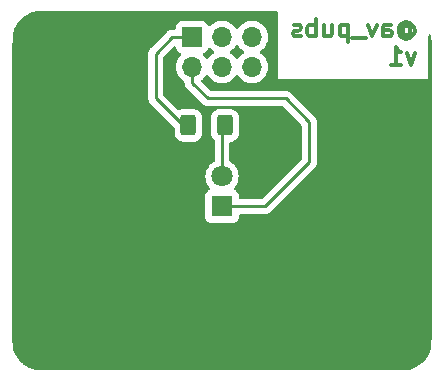
<source format=gbr>
G04 #@! TF.GenerationSoftware,KiCad,Pcbnew,(6.99.0-2452-gdb4f2d9dd8)*
G04 #@! TF.CreationDate,2022-08-02T00:34:45-05:00*
G04 #@! TF.ProjectId,DDS,4444532e-6b69-4636-9164-5f7063625858,rev?*
G04 #@! TF.SameCoordinates,Original*
G04 #@! TF.FileFunction,Copper,L2,Bot*
G04 #@! TF.FilePolarity,Positive*
%FSLAX46Y46*%
G04 Gerber Fmt 4.6, Leading zero omitted, Abs format (unit mm)*
G04 Created by KiCad (PCBNEW (6.99.0-2452-gdb4f2d9dd8)) date 2022-08-02 00:34:45*
%MOMM*%
%LPD*%
G01*
G04 APERTURE LIST*
G04 Aperture macros list*
%AMRoundRect*
0 Rectangle with rounded corners*
0 $1 Rounding radius*
0 $2 $3 $4 $5 $6 $7 $8 $9 X,Y pos of 4 corners*
0 Add a 4 corners polygon primitive as box body*
4,1,4,$2,$3,$4,$5,$6,$7,$8,$9,$2,$3,0*
0 Add four circle primitives for the rounded corners*
1,1,$1+$1,$2,$3*
1,1,$1+$1,$4,$5*
1,1,$1+$1,$6,$7*
1,1,$1+$1,$8,$9*
0 Add four rect primitives between the rounded corners*
20,1,$1+$1,$2,$3,$4,$5,0*
20,1,$1+$1,$4,$5,$6,$7,0*
20,1,$1+$1,$6,$7,$8,$9,0*
20,1,$1+$1,$8,$9,$2,$3,0*%
G04 Aperture macros list end*
%ADD10C,0.300000*%
G04 #@! TA.AperFunction,NonConductor*
%ADD11C,0.300000*%
G04 #@! TD*
G04 #@! TA.AperFunction,ComponentPad*
%ADD12R,1.800000X1.800000*%
G04 #@! TD*
G04 #@! TA.AperFunction,ComponentPad*
%ADD13C,1.800000*%
G04 #@! TD*
G04 #@! TA.AperFunction,ComponentPad*
%ADD14R,1.700000X1.700000*%
G04 #@! TD*
G04 #@! TA.AperFunction,ComponentPad*
%ADD15O,1.700000X1.700000*%
G04 #@! TD*
G04 #@! TA.AperFunction,SMDPad,CuDef*
%ADD16RoundRect,0.250000X0.400000X0.625000X-0.400000X0.625000X-0.400000X-0.625000X0.400000X-0.625000X0*%
G04 #@! TD*
G04 #@! TA.AperFunction,Conductor*
%ADD17C,0.250000*%
G04 #@! TD*
G04 APERTURE END LIST*
D10*
D11*
X155014285Y-98929285D02*
X155085714Y-98857857D01*
X155085714Y-98857857D02*
X155228571Y-98786428D01*
X155228571Y-98786428D02*
X155371428Y-98786428D01*
X155371428Y-98786428D02*
X155514285Y-98857857D01*
X155514285Y-98857857D02*
X155585714Y-98929285D01*
X155585714Y-98929285D02*
X155657142Y-99072142D01*
X155657142Y-99072142D02*
X155657142Y-99215000D01*
X155657142Y-99215000D02*
X155585714Y-99357857D01*
X155585714Y-99357857D02*
X155514285Y-99429285D01*
X155514285Y-99429285D02*
X155371428Y-99500714D01*
X155371428Y-99500714D02*
X155228571Y-99500714D01*
X155228571Y-99500714D02*
X155085714Y-99429285D01*
X155085714Y-99429285D02*
X155014285Y-99357857D01*
X155014285Y-98786428D02*
X155014285Y-99357857D01*
X155014285Y-99357857D02*
X154942857Y-99429285D01*
X154942857Y-99429285D02*
X154871428Y-99429285D01*
X154871428Y-99429285D02*
X154728571Y-99357857D01*
X154728571Y-99357857D02*
X154657142Y-99215000D01*
X154657142Y-99215000D02*
X154657142Y-98857857D01*
X154657142Y-98857857D02*
X154800000Y-98643571D01*
X154800000Y-98643571D02*
X155014285Y-98500714D01*
X155014285Y-98500714D02*
X155300000Y-98429285D01*
X155300000Y-98429285D02*
X155585714Y-98500714D01*
X155585714Y-98500714D02*
X155800000Y-98643571D01*
X155800000Y-98643571D02*
X155942857Y-98857857D01*
X155942857Y-98857857D02*
X156014285Y-99143571D01*
X156014285Y-99143571D02*
X155942857Y-99429285D01*
X155942857Y-99429285D02*
X155800000Y-99643571D01*
X155800000Y-99643571D02*
X155585714Y-99786428D01*
X155585714Y-99786428D02*
X155300000Y-99857857D01*
X155300000Y-99857857D02*
X155014285Y-99786428D01*
X155014285Y-99786428D02*
X154800000Y-99643571D01*
X153371429Y-99643571D02*
X153371429Y-98857857D01*
X153371429Y-98857857D02*
X153442857Y-98715000D01*
X153442857Y-98715000D02*
X153585714Y-98643571D01*
X153585714Y-98643571D02*
X153871429Y-98643571D01*
X153871429Y-98643571D02*
X154014286Y-98715000D01*
X153371429Y-99572142D02*
X153514286Y-99643571D01*
X153514286Y-99643571D02*
X153871429Y-99643571D01*
X153871429Y-99643571D02*
X154014286Y-99572142D01*
X154014286Y-99572142D02*
X154085714Y-99429285D01*
X154085714Y-99429285D02*
X154085714Y-99286428D01*
X154085714Y-99286428D02*
X154014286Y-99143571D01*
X154014286Y-99143571D02*
X153871429Y-99072142D01*
X153871429Y-99072142D02*
X153514286Y-99072142D01*
X153514286Y-99072142D02*
X153371429Y-99000714D01*
X152800000Y-98643571D02*
X152442857Y-99643571D01*
X152442857Y-99643571D02*
X152085714Y-98643571D01*
X151871429Y-99786428D02*
X150728571Y-99786428D01*
X150371429Y-98643571D02*
X150371429Y-100143571D01*
X150371429Y-98715000D02*
X150228572Y-98643571D01*
X150228572Y-98643571D02*
X149942857Y-98643571D01*
X149942857Y-98643571D02*
X149800000Y-98715000D01*
X149800000Y-98715000D02*
X149728572Y-98786428D01*
X149728572Y-98786428D02*
X149657143Y-98929285D01*
X149657143Y-98929285D02*
X149657143Y-99357857D01*
X149657143Y-99357857D02*
X149728572Y-99500714D01*
X149728572Y-99500714D02*
X149800000Y-99572142D01*
X149800000Y-99572142D02*
X149942857Y-99643571D01*
X149942857Y-99643571D02*
X150228572Y-99643571D01*
X150228572Y-99643571D02*
X150371429Y-99572142D01*
X148371429Y-98643571D02*
X148371429Y-99643571D01*
X149014286Y-98643571D02*
X149014286Y-99429285D01*
X149014286Y-99429285D02*
X148942857Y-99572142D01*
X148942857Y-99572142D02*
X148800000Y-99643571D01*
X148800000Y-99643571D02*
X148585714Y-99643571D01*
X148585714Y-99643571D02*
X148442857Y-99572142D01*
X148442857Y-99572142D02*
X148371429Y-99500714D01*
X147657143Y-99643571D02*
X147657143Y-98143571D01*
X147657143Y-98715000D02*
X147514286Y-98643571D01*
X147514286Y-98643571D02*
X147228571Y-98643571D01*
X147228571Y-98643571D02*
X147085714Y-98715000D01*
X147085714Y-98715000D02*
X147014286Y-98786428D01*
X147014286Y-98786428D02*
X146942857Y-98929285D01*
X146942857Y-98929285D02*
X146942857Y-99357857D01*
X146942857Y-99357857D02*
X147014286Y-99500714D01*
X147014286Y-99500714D02*
X147085714Y-99572142D01*
X147085714Y-99572142D02*
X147228571Y-99643571D01*
X147228571Y-99643571D02*
X147514286Y-99643571D01*
X147514286Y-99643571D02*
X147657143Y-99572142D01*
X146371428Y-99572142D02*
X146228571Y-99643571D01*
X146228571Y-99643571D02*
X145942857Y-99643571D01*
X145942857Y-99643571D02*
X145800000Y-99572142D01*
X145800000Y-99572142D02*
X145728571Y-99429285D01*
X145728571Y-99429285D02*
X145728571Y-99357857D01*
X145728571Y-99357857D02*
X145800000Y-99215000D01*
X145800000Y-99215000D02*
X145942857Y-99143571D01*
X145942857Y-99143571D02*
X146157143Y-99143571D01*
X146157143Y-99143571D02*
X146300000Y-99072142D01*
X146300000Y-99072142D02*
X146371428Y-98929285D01*
X146371428Y-98929285D02*
X146371428Y-98857857D01*
X146371428Y-98857857D02*
X146300000Y-98715000D01*
X146300000Y-98715000D02*
X146157143Y-98643571D01*
X146157143Y-98643571D02*
X145942857Y-98643571D01*
X145942857Y-98643571D02*
X145800000Y-98715000D01*
X156085714Y-101073571D02*
X155728571Y-102073571D01*
X155728571Y-102073571D02*
X155371428Y-101073571D01*
X154014285Y-102073571D02*
X154871428Y-102073571D01*
X154442857Y-102073571D02*
X154442857Y-100573571D01*
X154442857Y-100573571D02*
X154585714Y-100787857D01*
X154585714Y-100787857D02*
X154728571Y-100930714D01*
X154728571Y-100930714D02*
X154871428Y-101002142D01*
D12*
X139707052Y-114040003D03*
D13*
X139707053Y-111500004D03*
D14*
X137167052Y-99700003D03*
D15*
X137167052Y-102240003D03*
X139707052Y-99700003D03*
X139707052Y-102240003D03*
X142247052Y-99700003D03*
X142247052Y-102240003D03*
D16*
X139957053Y-107170004D03*
X136857053Y-107170004D03*
D17*
X137167053Y-103567053D02*
X137167053Y-102240004D01*
X139707053Y-114040004D02*
X143359996Y-114040004D01*
X147100000Y-106900000D02*
X145100000Y-104900000D01*
X147100000Y-110300000D02*
X147100000Y-106900000D01*
X143359996Y-114040004D02*
X147100000Y-110300000D01*
X145100000Y-104900000D02*
X138500000Y-104900000D01*
X138500000Y-104900000D02*
X137167053Y-103567053D01*
X139707053Y-111500004D02*
X139707053Y-107420004D01*
X139707053Y-107420004D02*
X139957053Y-107170004D01*
X134100000Y-104900000D02*
X134100000Y-101100000D01*
X134100000Y-101100000D02*
X135499996Y-99700004D01*
X135499996Y-99700004D02*
X137167053Y-99700004D01*
X136370004Y-107170004D02*
X134100000Y-104900000D01*
X136857053Y-107170004D02*
X136370004Y-107170004D01*
G04 #@! TA.AperFunction,NonConductor*
G36*
X138690492Y-100611392D02*
G01*
X138722808Y-100636642D01*
X138742149Y-100657651D01*
X138783813Y-100702910D01*
X138787932Y-100706116D01*
X138942212Y-100826198D01*
X138961477Y-100841193D01*
X138966058Y-100843672D01*
X138994733Y-100859190D01*
X139045124Y-100909203D01*
X139060476Y-100978520D01*
X139035916Y-101045133D01*
X138994734Y-101080817D01*
X138961477Y-101098815D01*
X138957366Y-101102014D01*
X138957364Y-101102016D01*
X138802914Y-101222231D01*
X138783813Y-101237098D01*
X138780281Y-101240935D01*
X138634859Y-101398903D01*
X138634856Y-101398907D01*
X138631331Y-101402736D01*
X138614729Y-101428147D01*
X138542536Y-101538647D01*
X138488532Y-101584736D01*
X138418185Y-101594311D01*
X138353827Y-101564334D01*
X138331570Y-101538647D01*
X138259377Y-101428147D01*
X138242775Y-101402736D01*
X138239250Y-101398907D01*
X138239247Y-101398903D01*
X138099578Y-101247184D01*
X138068157Y-101183519D01*
X138076144Y-101112973D01*
X138121002Y-101057944D01*
X138148244Y-101043791D01*
X138263257Y-101000893D01*
X138275589Y-100991662D01*
X138373103Y-100918663D01*
X138380314Y-100913265D01*
X138449391Y-100820989D01*
X138462542Y-100803422D01*
X138462543Y-100803420D01*
X138467942Y-100796208D01*
X138512051Y-100677948D01*
X138554598Y-100621112D01*
X138621118Y-100596301D01*
X138690492Y-100611392D01*
G37*
G04 #@! TD.AperFunction*
G04 #@! TA.AperFunction,NonConductor*
G36*
X141060279Y-100375674D02*
G01*
X141082536Y-100401361D01*
X141171331Y-100537272D01*
X141174856Y-100541101D01*
X141174859Y-100541105D01*
X141231464Y-100602593D01*
X141323813Y-100702910D01*
X141327932Y-100706116D01*
X141482212Y-100826198D01*
X141501477Y-100841193D01*
X141506058Y-100843672D01*
X141534733Y-100859190D01*
X141585124Y-100909203D01*
X141600476Y-100978520D01*
X141575916Y-101045133D01*
X141534734Y-101080817D01*
X141501477Y-101098815D01*
X141497366Y-101102014D01*
X141497364Y-101102016D01*
X141342914Y-101222231D01*
X141323813Y-101237098D01*
X141320281Y-101240935D01*
X141174859Y-101398903D01*
X141174856Y-101398907D01*
X141171331Y-101402736D01*
X141154729Y-101428147D01*
X141082536Y-101538647D01*
X141028532Y-101584736D01*
X140958185Y-101594311D01*
X140893827Y-101564334D01*
X140871570Y-101538647D01*
X140799377Y-101428147D01*
X140782775Y-101402736D01*
X140779250Y-101398907D01*
X140779247Y-101398903D01*
X140633825Y-101240935D01*
X140630293Y-101237098D01*
X140611192Y-101222231D01*
X140456742Y-101102016D01*
X140456740Y-101102014D01*
X140452629Y-101098815D01*
X140419373Y-101080818D01*
X140368982Y-101030805D01*
X140353630Y-100961488D01*
X140378190Y-100894875D01*
X140419373Y-100859190D01*
X140448048Y-100843672D01*
X140452629Y-100841193D01*
X140471895Y-100826198D01*
X140626174Y-100706116D01*
X140630293Y-100702910D01*
X140722642Y-100602593D01*
X140779247Y-100541105D01*
X140779250Y-100541101D01*
X140782775Y-100537272D01*
X140871570Y-100401361D01*
X140925574Y-100355272D01*
X140995921Y-100345697D01*
X141060279Y-100375674D01*
G37*
G04 #@! TD.AperFunction*
G04 #@! TA.AperFunction,NonConductor*
G36*
X144283439Y-97477723D02*
G01*
X144351547Y-97497770D01*
X144398005Y-97551456D01*
X144409357Y-97603723D01*
X144409357Y-103283500D01*
X157183500Y-103283500D01*
X157183500Y-99594748D01*
X157203502Y-99526627D01*
X157257158Y-99480134D01*
X157327432Y-99470030D01*
X157392012Y-99499524D01*
X157430396Y-99559250D01*
X157435229Y-99586491D01*
X157435634Y-99592658D01*
X157435815Y-99596162D01*
X157441405Y-99744789D01*
X157442452Y-99772634D01*
X157442509Y-99774535D01*
X157448243Y-100029406D01*
X157448263Y-100030487D01*
X157453121Y-100379648D01*
X157453130Y-100380516D01*
X157457903Y-101059935D01*
X157460489Y-101428147D01*
X157461554Y-101797388D01*
X157464703Y-102888795D01*
X157465171Y-103051199D01*
X157467773Y-105381481D01*
X157469135Y-112697164D01*
X157460537Y-123904481D01*
X157460490Y-123965581D01*
X157460483Y-123966765D01*
X157447928Y-125120727D01*
X157442533Y-125616622D01*
X157442140Y-125625280D01*
X157410079Y-126026805D01*
X157404880Y-126053917D01*
X157360177Y-126198831D01*
X157357519Y-126206551D01*
X157300524Y-126356143D01*
X157297380Y-126363656D01*
X157231293Y-126508262D01*
X157227686Y-126515527D01*
X157222983Y-126524277D01*
X157152828Y-126654820D01*
X157148770Y-126661823D01*
X157065440Y-126795516D01*
X157060956Y-126802221D01*
X156969472Y-126929988D01*
X156964586Y-126936371D01*
X156865262Y-127057896D01*
X156860003Y-127063929D01*
X156753119Y-127178932D01*
X156747507Y-127184597D01*
X156633414Y-127292717D01*
X156627452Y-127298019D01*
X156506428Y-127398966D01*
X156500156Y-127403870D01*
X156372530Y-127497314D01*
X156365965Y-127501809D01*
X156232022Y-127587443D01*
X156225195Y-127591511D01*
X156085249Y-127669013D01*
X156078183Y-127672640D01*
X155975491Y-127721324D01*
X155932529Y-127741691D01*
X155925256Y-127744862D01*
X155896117Y-127756490D01*
X155774206Y-127805139D01*
X155766749Y-127807846D01*
X155736367Y-127817804D01*
X155613226Y-127858164D01*
X155600285Y-127861654D01*
X155566377Y-127868890D01*
X155553687Y-127870927D01*
X155525950Y-127873939D01*
X155482049Y-127878706D01*
X155475646Y-127879236D01*
X155428359Y-127881942D01*
X155345195Y-127886700D01*
X155342111Y-127886839D01*
X155137800Y-127893429D01*
X155135712Y-127893496D01*
X155134075Y-127893538D01*
X154833579Y-127899323D01*
X154832680Y-127899337D01*
X154419312Y-127904292D01*
X154418686Y-127904298D01*
X153174674Y-127912019D01*
X151245829Y-127917334D01*
X151245644Y-127917334D01*
X148476483Y-127920886D01*
X148476385Y-127920886D01*
X142308687Y-127924005D01*
X139791220Y-127925278D01*
X138691096Y-127924928D01*
X127123285Y-127921243D01*
X127121916Y-127921235D01*
X123966993Y-127885949D01*
X123941561Y-127883065D01*
X123864435Y-127866248D01*
X123860096Y-127865219D01*
X123774741Y-127843382D01*
X123770282Y-127842154D01*
X123686741Y-127817481D01*
X123682240Y-127816059D01*
X123600484Y-127788544D01*
X123595964Y-127786927D01*
X123515770Y-127756490D01*
X123511270Y-127754682D01*
X123432658Y-127721331D01*
X123428200Y-127719337D01*
X123351010Y-127682998D01*
X123346626Y-127680829D01*
X123270859Y-127641498D01*
X123266592Y-127639178D01*
X123192054Y-127596749D01*
X123187942Y-127594302D01*
X123181813Y-127590495D01*
X123169680Y-127582960D01*
X123114682Y-127548801D01*
X123110684Y-127546212D01*
X123043007Y-127500546D01*
X123038568Y-127497550D01*
X123034752Y-127494871D01*
X122963686Y-127442982D01*
X122960093Y-127440258D01*
X122890015Y-127385086D01*
X122886594Y-127382293D01*
X122817504Y-127323840D01*
X122814264Y-127321003D01*
X122746049Y-127259169D01*
X122743016Y-127256327D01*
X122675324Y-127190772D01*
X122673061Y-127188524D01*
X122663632Y-127178918D01*
X122625412Y-127139982D01*
X122623741Y-127138245D01*
X122578320Y-127090098D01*
X122576525Y-127088154D01*
X122533630Y-127040666D01*
X122531693Y-127038470D01*
X122491167Y-126991442D01*
X122489150Y-126989043D01*
X122450754Y-126942177D01*
X122448739Y-126939648D01*
X122412396Y-126892830D01*
X122410321Y-126890081D01*
X122375806Y-126843016D01*
X122373752Y-126840131D01*
X122340939Y-126792644D01*
X122338944Y-126789667D01*
X122307662Y-126741514D01*
X122305742Y-126738464D01*
X122275820Y-126689387D01*
X122274010Y-126686322D01*
X122260007Y-126661823D01*
X122245294Y-126636083D01*
X122243633Y-126633083D01*
X122215957Y-126581408D01*
X122214423Y-126578449D01*
X122187678Y-126525163D01*
X122186321Y-126522374D01*
X122160321Y-126467134D01*
X122159113Y-126464485D01*
X122133803Y-126407227D01*
X122132747Y-126404766D01*
X122107488Y-126344047D01*
X122107488Y-126344045D01*
X122107454Y-126343964D01*
X122107413Y-126343867D01*
X122111484Y-126342146D01*
X122111478Y-126342126D01*
X122107412Y-126343865D01*
X122046362Y-126201167D01*
X122042570Y-126191146D01*
X122032478Y-126160611D01*
X122030134Y-126152650D01*
X122020039Y-126113656D01*
X122018367Y-126106293D01*
X122008567Y-126056252D01*
X122007537Y-126050218D01*
X121998135Y-125985746D01*
X121997546Y-125981109D01*
X121988690Y-125899202D01*
X121988365Y-125895746D01*
X121980174Y-125793778D01*
X121979995Y-125791227D01*
X121972508Y-125666297D01*
X121972409Y-125664412D01*
X121965664Y-125514212D01*
X121965591Y-125512250D01*
X121954164Y-125122318D01*
X121954128Y-125120727D01*
X121945349Y-124594177D01*
X121945336Y-124593254D01*
X121938909Y-123905030D01*
X121938906Y-123904481D01*
X121934558Y-123032771D01*
X121934556Y-123032444D01*
X121931974Y-121951057D01*
X121931974Y-121950862D01*
X121930865Y-120637628D01*
X121930865Y-120637455D01*
X121935136Y-112578792D01*
X121935136Y-112578676D01*
X121937369Y-111041097D01*
X121951391Y-101383692D01*
X121951400Y-101382428D01*
X121953098Y-101237098D01*
X121954933Y-101079943D01*
X133461780Y-101079943D01*
X133462526Y-101087835D01*
X133465941Y-101123961D01*
X133466500Y-101135819D01*
X133466500Y-104821233D01*
X133465973Y-104832416D01*
X133464298Y-104839909D01*
X133464547Y-104847835D01*
X133464547Y-104847836D01*
X133466438Y-104907986D01*
X133466500Y-104911945D01*
X133466500Y-104939856D01*
X133466997Y-104943790D01*
X133466997Y-104943791D01*
X133467005Y-104943856D01*
X133467938Y-104955693D01*
X133469327Y-104999889D01*
X133474978Y-105019339D01*
X133478987Y-105038700D01*
X133481526Y-105058797D01*
X133484445Y-105066168D01*
X133484445Y-105066170D01*
X133497804Y-105099912D01*
X133501649Y-105111142D01*
X133513982Y-105153593D01*
X133518015Y-105160412D01*
X133518017Y-105160417D01*
X133524293Y-105171028D01*
X133532988Y-105188776D01*
X133540448Y-105207617D01*
X133545110Y-105214033D01*
X133545110Y-105214034D01*
X133566436Y-105243387D01*
X133572952Y-105253307D01*
X133595458Y-105291362D01*
X133609779Y-105305683D01*
X133622619Y-105320716D01*
X133634528Y-105337107D01*
X133640634Y-105342158D01*
X133668605Y-105365298D01*
X133677384Y-105373288D01*
X135661649Y-107357553D01*
X135695675Y-107419865D01*
X135698554Y-107446648D01*
X135698554Y-107845548D01*
X135709166Y-107949430D01*
X135764938Y-108117742D01*
X135858023Y-108268656D01*
X135983401Y-108394034D01*
X136134315Y-108487119D01*
X136197860Y-108508175D01*
X136296101Y-108540729D01*
X136296105Y-108540730D01*
X136302627Y-108542891D01*
X136309461Y-108543589D01*
X136309465Y-108543590D01*
X136403324Y-108553179D01*
X136403330Y-108553179D01*
X136406508Y-108553504D01*
X136856982Y-108553504D01*
X137307597Y-108553503D01*
X137310774Y-108553178D01*
X137310783Y-108553178D01*
X137359520Y-108548199D01*
X137411479Y-108542891D01*
X137579791Y-108487119D01*
X137730705Y-108394034D01*
X137856083Y-108268656D01*
X137949168Y-108117742D01*
X138004940Y-107949430D01*
X138015553Y-107845549D01*
X138015552Y-106494460D01*
X138012983Y-106469306D01*
X138008631Y-106426712D01*
X138004940Y-106390578D01*
X137949168Y-106222266D01*
X137856083Y-106071352D01*
X137730705Y-105945974D01*
X137579791Y-105852889D01*
X137516246Y-105831833D01*
X137418005Y-105799279D01*
X137418001Y-105799278D01*
X137411479Y-105797117D01*
X137404645Y-105796419D01*
X137404641Y-105796418D01*
X137310782Y-105786829D01*
X137310776Y-105786829D01*
X137307598Y-105786504D01*
X136857124Y-105786504D01*
X136406509Y-105786505D01*
X136403332Y-105786830D01*
X136403323Y-105786830D01*
X136354586Y-105791809D01*
X136302627Y-105797117D01*
X136134315Y-105852889D01*
X136128072Y-105856740D01*
X136104364Y-105871363D01*
X136035885Y-105890100D01*
X135968146Y-105868841D01*
X135949122Y-105853217D01*
X134770405Y-104674500D01*
X134736379Y-104612188D01*
X134733500Y-104585405D01*
X134733500Y-101414594D01*
X134753502Y-101346473D01*
X134770405Y-101325499D01*
X135593458Y-100502446D01*
X135655770Y-100468420D01*
X135726585Y-100473485D01*
X135783421Y-100516032D01*
X135808232Y-100582552D01*
X135808553Y-100591541D01*
X135808553Y-100598642D01*
X135815064Y-100659205D01*
X135866164Y-100796208D01*
X135871563Y-100803420D01*
X135871564Y-100803422D01*
X135884715Y-100820989D01*
X135953792Y-100913265D01*
X135961003Y-100918663D01*
X136058518Y-100991662D01*
X136070849Y-101000893D01*
X136185861Y-101043791D01*
X136242695Y-101086337D01*
X136267506Y-101152857D01*
X136252414Y-101222231D01*
X136234528Y-101247184D01*
X136094859Y-101398903D01*
X136094856Y-101398907D01*
X136091331Y-101402736D01*
X136074729Y-101428147D01*
X135972425Y-101584736D01*
X135968193Y-101591213D01*
X135877757Y-101797388D01*
X135822489Y-102015636D01*
X135803897Y-102240004D01*
X135822489Y-102464372D01*
X135877757Y-102682620D01*
X135968193Y-102888795D01*
X135971043Y-102893157D01*
X135971045Y-102893161D01*
X135985754Y-102915674D01*
X136091331Y-103077272D01*
X136094856Y-103081101D01*
X136094859Y-103081105D01*
X136196413Y-103191421D01*
X136243813Y-103242910D01*
X136247932Y-103246116D01*
X136293816Y-103281829D01*
X136421477Y-103381193D01*
X136426058Y-103383672D01*
X136465537Y-103405037D01*
X136515928Y-103455050D01*
X136531506Y-103511892D01*
X136533491Y-103575039D01*
X136533553Y-103578998D01*
X136533553Y-103606909D01*
X136534050Y-103610843D01*
X136534050Y-103610844D01*
X136534058Y-103610909D01*
X136534991Y-103622746D01*
X136536380Y-103666942D01*
X136542031Y-103686392D01*
X136546040Y-103705753D01*
X136548579Y-103725850D01*
X136551498Y-103733221D01*
X136551498Y-103733223D01*
X136564857Y-103766965D01*
X136568702Y-103778195D01*
X136581035Y-103820646D01*
X136585068Y-103827465D01*
X136585070Y-103827470D01*
X136591346Y-103838081D01*
X136600041Y-103855829D01*
X136607501Y-103874670D01*
X136612163Y-103881086D01*
X136612163Y-103881087D01*
X136633489Y-103910440D01*
X136640005Y-103920360D01*
X136662511Y-103958415D01*
X136676832Y-103972736D01*
X136689672Y-103987769D01*
X136701581Y-104004160D01*
X136707687Y-104009211D01*
X136735658Y-104032351D01*
X136744437Y-104040341D01*
X137996348Y-105292253D01*
X138003888Y-105300539D01*
X138008000Y-105307018D01*
X138013777Y-105312443D01*
X138057651Y-105353643D01*
X138060493Y-105356398D01*
X138080230Y-105376135D01*
X138083427Y-105378615D01*
X138092447Y-105386318D01*
X138124679Y-105416586D01*
X138131625Y-105420405D01*
X138131628Y-105420407D01*
X138142434Y-105426348D01*
X138158953Y-105437199D01*
X138174959Y-105449614D01*
X138182228Y-105452759D01*
X138182232Y-105452762D01*
X138215537Y-105467174D01*
X138226187Y-105472391D01*
X138264940Y-105493695D01*
X138272615Y-105495666D01*
X138272616Y-105495666D01*
X138284562Y-105498733D01*
X138303267Y-105505137D01*
X138321855Y-105513181D01*
X138329678Y-105514420D01*
X138329688Y-105514423D01*
X138365524Y-105520099D01*
X138377144Y-105522505D01*
X138412289Y-105531528D01*
X138419970Y-105533500D01*
X138440224Y-105533500D01*
X138459934Y-105535051D01*
X138479943Y-105538220D01*
X138487835Y-105537474D01*
X138523961Y-105534059D01*
X138535819Y-105533500D01*
X144785406Y-105533500D01*
X144853527Y-105553502D01*
X144874501Y-105570405D01*
X146429595Y-107125500D01*
X146463621Y-107187812D01*
X146466500Y-107214595D01*
X146466500Y-109985405D01*
X146446498Y-110053526D01*
X146429595Y-110074500D01*
X143134496Y-113369599D01*
X143072184Y-113403625D01*
X143045401Y-113406504D01*
X141241553Y-113406504D01*
X141173432Y-113386502D01*
X141126939Y-113332846D01*
X141115553Y-113280504D01*
X141115553Y-113091366D01*
X141109042Y-113030803D01*
X141057942Y-112893800D01*
X140970314Y-112776743D01*
X140864011Y-112697165D01*
X140860471Y-112694515D01*
X140860469Y-112694514D01*
X140853257Y-112689115D01*
X140844815Y-112685966D01*
X140844811Y-112685964D01*
X140785879Y-112663983D01*
X140729044Y-112621437D01*
X140704233Y-112554916D01*
X140719325Y-112485542D01*
X140737209Y-112460593D01*
X140778704Y-112415517D01*
X140818839Y-112371920D01*
X140818842Y-112371916D01*
X140822367Y-112368087D01*
X140950037Y-112172673D01*
X141043802Y-111958911D01*
X141101104Y-111732630D01*
X141120380Y-111500004D01*
X141101104Y-111267378D01*
X141043802Y-111041097D01*
X140950037Y-110827335D01*
X140934568Y-110803657D01*
X140839123Y-110657568D01*
X140822367Y-110631921D01*
X140818842Y-110628092D01*
X140818839Y-110628088D01*
X140687500Y-110485417D01*
X140664273Y-110460186D01*
X140660161Y-110456985D01*
X140660155Y-110456980D01*
X140484183Y-110320015D01*
X140484181Y-110320013D01*
X140480070Y-110316814D01*
X140475484Y-110314332D01*
X140406583Y-110277044D01*
X140356193Y-110227031D01*
X140340553Y-110166231D01*
X140340553Y-108674136D01*
X140360555Y-108606015D01*
X140414211Y-108559522D01*
X140453747Y-108548789D01*
X140476263Y-108546488D01*
X140504641Y-108543590D01*
X140504645Y-108543589D01*
X140511479Y-108542891D01*
X140679791Y-108487119D01*
X140830705Y-108394034D01*
X140956083Y-108268656D01*
X141049168Y-108117742D01*
X141104940Y-107949430D01*
X141115553Y-107845549D01*
X141115552Y-106494460D01*
X141112983Y-106469306D01*
X141108631Y-106426712D01*
X141104940Y-106390578D01*
X141049168Y-106222266D01*
X140956083Y-106071352D01*
X140830705Y-105945974D01*
X140679791Y-105852889D01*
X140616246Y-105831833D01*
X140518005Y-105799279D01*
X140518001Y-105799278D01*
X140511479Y-105797117D01*
X140504645Y-105796419D01*
X140504641Y-105796418D01*
X140410782Y-105786829D01*
X140410776Y-105786829D01*
X140407598Y-105786504D01*
X139957124Y-105786504D01*
X139506509Y-105786505D01*
X139503332Y-105786830D01*
X139503323Y-105786830D01*
X139454586Y-105791809D01*
X139402627Y-105797117D01*
X139234315Y-105852889D01*
X139083401Y-105945974D01*
X138958023Y-106071352D01*
X138864938Y-106222266D01*
X138809166Y-106390578D01*
X138808468Y-106397412D01*
X138808467Y-106397416D01*
X138800103Y-106479283D01*
X138798553Y-106494459D01*
X138798554Y-107845548D01*
X138809166Y-107949430D01*
X138864938Y-108117742D01*
X138958023Y-108268656D01*
X139036648Y-108347281D01*
X139070674Y-108409593D01*
X139073553Y-108436376D01*
X139073553Y-110166231D01*
X139053551Y-110234352D01*
X139007523Y-110277044D01*
X138938622Y-110314332D01*
X138934036Y-110316814D01*
X138929925Y-110320013D01*
X138929923Y-110320015D01*
X138753951Y-110456980D01*
X138753945Y-110456985D01*
X138749833Y-110460186D01*
X138726606Y-110485417D01*
X138595267Y-110628088D01*
X138595264Y-110628092D01*
X138591739Y-110631921D01*
X138574983Y-110657568D01*
X138479539Y-110803657D01*
X138464069Y-110827335D01*
X138370304Y-111041097D01*
X138313002Y-111267378D01*
X138293726Y-111500004D01*
X138313002Y-111732630D01*
X138370304Y-111958911D01*
X138464069Y-112172673D01*
X138591739Y-112368087D01*
X138595264Y-112371916D01*
X138595267Y-112371920D01*
X138635402Y-112415517D01*
X138676896Y-112460591D01*
X138708316Y-112524255D01*
X138700329Y-112594801D01*
X138655471Y-112649830D01*
X138628227Y-112663983D01*
X138569295Y-112685964D01*
X138569291Y-112685966D01*
X138560849Y-112689115D01*
X138553637Y-112694514D01*
X138553635Y-112694515D01*
X138550095Y-112697165D01*
X138443792Y-112776743D01*
X138356164Y-112893800D01*
X138305064Y-113030803D01*
X138298553Y-113091366D01*
X138298553Y-114988642D01*
X138305064Y-115049205D01*
X138356164Y-115186208D01*
X138443792Y-115303265D01*
X138560849Y-115390893D01*
X138697852Y-115441993D01*
X138734758Y-115445961D01*
X138755065Y-115448144D01*
X138755068Y-115448144D01*
X138758415Y-115448504D01*
X140655691Y-115448504D01*
X140659038Y-115448144D01*
X140659041Y-115448144D01*
X140679348Y-115445961D01*
X140716254Y-115441993D01*
X140853257Y-115390893D01*
X140970314Y-115303265D01*
X141057942Y-115186208D01*
X141109042Y-115049205D01*
X141115553Y-114988642D01*
X141115553Y-114799504D01*
X141135555Y-114731383D01*
X141189211Y-114684890D01*
X141241553Y-114673504D01*
X143281229Y-114673504D01*
X143292412Y-114674031D01*
X143299905Y-114675706D01*
X143307831Y-114675457D01*
X143307832Y-114675457D01*
X143367982Y-114673566D01*
X143371941Y-114673504D01*
X143399852Y-114673504D01*
X143403787Y-114673007D01*
X143403852Y-114672999D01*
X143415689Y-114672066D01*
X143447947Y-114671052D01*
X143451966Y-114670926D01*
X143459885Y-114670677D01*
X143479339Y-114665025D01*
X143498696Y-114661017D01*
X143510926Y-114659472D01*
X143510927Y-114659472D01*
X143518793Y-114658478D01*
X143526164Y-114655559D01*
X143526166Y-114655559D01*
X143559908Y-114642200D01*
X143571138Y-114638355D01*
X143605979Y-114628233D01*
X143605980Y-114628233D01*
X143613589Y-114626022D01*
X143620408Y-114621989D01*
X143620413Y-114621987D01*
X143631024Y-114615711D01*
X143648772Y-114607016D01*
X143667613Y-114599556D01*
X143703383Y-114573568D01*
X143713303Y-114567052D01*
X143744531Y-114548584D01*
X143744534Y-114548582D01*
X143751358Y-114544546D01*
X143765679Y-114530225D01*
X143780713Y-114517384D01*
X143790690Y-114510135D01*
X143797103Y-114505476D01*
X143825294Y-114471399D01*
X143833284Y-114462620D01*
X147492247Y-110803657D01*
X147500537Y-110796113D01*
X147507018Y-110792000D01*
X147553659Y-110742332D01*
X147556413Y-110739491D01*
X147576134Y-110719770D01*
X147578612Y-110716575D01*
X147586318Y-110707553D01*
X147611158Y-110681101D01*
X147616586Y-110675321D01*
X147626346Y-110657568D01*
X147637199Y-110641045D01*
X147644753Y-110631306D01*
X147649613Y-110625041D01*
X147667176Y-110584457D01*
X147672383Y-110573827D01*
X147693695Y-110535060D01*
X147695666Y-110527383D01*
X147695668Y-110527378D01*
X147698732Y-110515442D01*
X147705138Y-110496730D01*
X147710034Y-110485417D01*
X147713181Y-110478145D01*
X147716026Y-110460186D01*
X147720097Y-110434481D01*
X147722504Y-110422860D01*
X147731528Y-110387711D01*
X147731528Y-110387710D01*
X147733500Y-110380030D01*
X147733500Y-110359769D01*
X147735051Y-110340058D01*
X147736979Y-110327885D01*
X147738219Y-110320057D01*
X147734059Y-110276046D01*
X147733500Y-110264189D01*
X147733500Y-106978767D01*
X147734027Y-106967584D01*
X147735702Y-106960091D01*
X147733562Y-106892014D01*
X147733500Y-106888055D01*
X147733500Y-106860144D01*
X147732995Y-106856144D01*
X147732062Y-106844301D01*
X147730922Y-106808029D01*
X147730673Y-106800110D01*
X147725022Y-106780658D01*
X147721014Y-106761306D01*
X147719467Y-106749063D01*
X147718474Y-106741203D01*
X147715556Y-106733832D01*
X147702200Y-106700097D01*
X147698355Y-106688870D01*
X147697721Y-106686687D01*
X147686018Y-106646407D01*
X147675707Y-106628972D01*
X147667012Y-106611224D01*
X147659552Y-106592383D01*
X147633564Y-106556613D01*
X147627048Y-106546693D01*
X147608580Y-106515465D01*
X147608578Y-106515462D01*
X147604542Y-106508638D01*
X147590221Y-106494317D01*
X147577380Y-106479283D01*
X147570131Y-106469306D01*
X147565472Y-106462893D01*
X147531395Y-106434702D01*
X147522616Y-106426712D01*
X145603652Y-104507747D01*
X145596112Y-104499461D01*
X145592000Y-104492982D01*
X145542348Y-104446356D01*
X145539507Y-104443602D01*
X145519770Y-104423865D01*
X145516573Y-104421385D01*
X145507551Y-104413680D01*
X145481100Y-104388841D01*
X145475321Y-104383414D01*
X145468375Y-104379595D01*
X145468372Y-104379593D01*
X145457566Y-104373652D01*
X145441047Y-104362801D01*
X145440583Y-104362441D01*
X145425041Y-104350386D01*
X145417772Y-104347241D01*
X145417768Y-104347238D01*
X145384463Y-104332826D01*
X145373813Y-104327609D01*
X145335060Y-104306305D01*
X145315437Y-104301267D01*
X145296734Y-104294863D01*
X145285420Y-104289967D01*
X145285419Y-104289967D01*
X145278145Y-104286819D01*
X145270322Y-104285580D01*
X145270312Y-104285577D01*
X145234476Y-104279901D01*
X145222856Y-104277495D01*
X145187711Y-104268472D01*
X145187710Y-104268472D01*
X145180030Y-104266500D01*
X145159776Y-104266500D01*
X145140065Y-104264949D01*
X145127886Y-104263020D01*
X145120057Y-104261780D01*
X145112165Y-104262526D01*
X145076039Y-104265941D01*
X145064181Y-104266500D01*
X138814594Y-104266500D01*
X138746473Y-104246498D01*
X138725499Y-104229595D01*
X137993538Y-103497634D01*
X137959512Y-103435322D01*
X137964577Y-103364507D01*
X138005239Y-103309111D01*
X138090293Y-103242910D01*
X138137693Y-103191421D01*
X138239247Y-103081105D01*
X138239250Y-103081101D01*
X138242775Y-103077272D01*
X138331570Y-102941361D01*
X138385574Y-102895272D01*
X138455921Y-102885697D01*
X138520279Y-102915674D01*
X138542536Y-102941361D01*
X138631331Y-103077272D01*
X138634856Y-103081101D01*
X138634859Y-103081105D01*
X138736413Y-103191421D01*
X138783813Y-103242910D01*
X138787932Y-103246116D01*
X138833816Y-103281829D01*
X138961477Y-103381193D01*
X139159479Y-103488346D01*
X139372418Y-103561448D01*
X139377552Y-103562305D01*
X139377557Y-103562306D01*
X139589347Y-103597647D01*
X139589349Y-103597647D01*
X139594484Y-103598504D01*
X139819622Y-103598504D01*
X139824757Y-103597647D01*
X139824759Y-103597647D01*
X140036549Y-103562306D01*
X140036554Y-103562305D01*
X140041688Y-103561448D01*
X140254627Y-103488346D01*
X140452629Y-103381193D01*
X140580291Y-103281829D01*
X140626174Y-103246116D01*
X140630293Y-103242910D01*
X140677693Y-103191421D01*
X140779247Y-103081105D01*
X140779250Y-103081101D01*
X140782775Y-103077272D01*
X140871570Y-102941361D01*
X140925574Y-102895272D01*
X140995921Y-102885697D01*
X141060279Y-102915674D01*
X141082536Y-102941361D01*
X141171331Y-103077272D01*
X141174856Y-103081101D01*
X141174859Y-103081105D01*
X141276413Y-103191421D01*
X141323813Y-103242910D01*
X141327932Y-103246116D01*
X141373816Y-103281829D01*
X141501477Y-103381193D01*
X141699479Y-103488346D01*
X141912418Y-103561448D01*
X141917552Y-103562305D01*
X141917557Y-103562306D01*
X142129347Y-103597647D01*
X142129349Y-103597647D01*
X142134484Y-103598504D01*
X142359622Y-103598504D01*
X142364757Y-103597647D01*
X142364759Y-103597647D01*
X142576549Y-103562306D01*
X142576554Y-103562305D01*
X142581688Y-103561448D01*
X142794627Y-103488346D01*
X142992629Y-103381193D01*
X143120291Y-103281829D01*
X143166174Y-103246116D01*
X143170293Y-103242910D01*
X143217693Y-103191421D01*
X143319247Y-103081105D01*
X143319250Y-103081101D01*
X143322775Y-103077272D01*
X143428352Y-102915674D01*
X143443061Y-102893161D01*
X143443063Y-102893157D01*
X143445913Y-102888795D01*
X143536349Y-102682620D01*
X143591617Y-102464372D01*
X143610209Y-102240004D01*
X143591617Y-102015636D01*
X143536349Y-101797388D01*
X143445913Y-101591213D01*
X143441682Y-101584736D01*
X143339377Y-101428147D01*
X143322775Y-101402736D01*
X143319250Y-101398907D01*
X143319247Y-101398903D01*
X143173825Y-101240935D01*
X143170293Y-101237098D01*
X143151192Y-101222231D01*
X142996742Y-101102016D01*
X142996740Y-101102014D01*
X142992629Y-101098815D01*
X142959373Y-101080818D01*
X142908982Y-101030805D01*
X142893630Y-100961488D01*
X142918190Y-100894875D01*
X142959373Y-100859190D01*
X142988048Y-100843672D01*
X142992629Y-100841193D01*
X143011895Y-100826198D01*
X143166174Y-100706116D01*
X143170293Y-100702910D01*
X143262642Y-100602593D01*
X143319247Y-100541105D01*
X143319250Y-100541101D01*
X143322775Y-100537272D01*
X143425433Y-100380142D01*
X143443061Y-100353161D01*
X143443063Y-100353157D01*
X143445913Y-100348795D01*
X143452621Y-100333504D01*
X143534253Y-100147398D01*
X143536349Y-100142620D01*
X143564922Y-100029790D01*
X143590336Y-99929431D01*
X143590336Y-99929430D01*
X143591617Y-99924372D01*
X143604125Y-99773433D01*
X143609779Y-99705193D01*
X143610209Y-99700004D01*
X143601463Y-99594455D01*
X143592048Y-99480832D01*
X143592047Y-99480827D01*
X143591617Y-99475636D01*
X143572745Y-99401113D01*
X143537631Y-99262450D01*
X143537631Y-99262449D01*
X143536349Y-99257388D01*
X143477971Y-99124298D01*
X143448007Y-99055986D01*
X143448005Y-99055982D01*
X143445913Y-99051213D01*
X143441682Y-99044736D01*
X143325626Y-98867100D01*
X143322775Y-98862736D01*
X143319250Y-98858907D01*
X143319247Y-98858903D01*
X143173825Y-98700935D01*
X143170293Y-98697098D01*
X143032409Y-98589777D01*
X142996742Y-98562016D01*
X142996740Y-98562014D01*
X142992629Y-98558815D01*
X142809408Y-98459661D01*
X142799212Y-98454143D01*
X142799209Y-98454142D01*
X142794627Y-98451662D01*
X142581688Y-98378560D01*
X142576554Y-98377703D01*
X142576549Y-98377702D01*
X142364759Y-98342361D01*
X142364757Y-98342361D01*
X142359622Y-98341504D01*
X142134484Y-98341504D01*
X142129349Y-98342361D01*
X142129347Y-98342361D01*
X141917557Y-98377702D01*
X141917552Y-98377703D01*
X141912418Y-98378560D01*
X141699479Y-98451662D01*
X141694897Y-98454142D01*
X141694894Y-98454143D01*
X141684698Y-98459661D01*
X141501477Y-98558815D01*
X141497366Y-98562014D01*
X141497364Y-98562016D01*
X141461697Y-98589777D01*
X141323813Y-98697098D01*
X141320281Y-98700935D01*
X141174859Y-98858903D01*
X141174856Y-98858907D01*
X141171331Y-98862736D01*
X141168480Y-98867100D01*
X141082536Y-98998647D01*
X141028532Y-99044736D01*
X140958185Y-99054311D01*
X140893827Y-99024334D01*
X140871570Y-98998647D01*
X140785626Y-98867100D01*
X140782775Y-98862736D01*
X140779250Y-98858907D01*
X140779247Y-98858903D01*
X140633825Y-98700935D01*
X140630293Y-98697098D01*
X140492409Y-98589777D01*
X140456742Y-98562016D01*
X140456740Y-98562014D01*
X140452629Y-98558815D01*
X140269408Y-98459661D01*
X140259212Y-98454143D01*
X140259209Y-98454142D01*
X140254627Y-98451662D01*
X140041688Y-98378560D01*
X140036554Y-98377703D01*
X140036549Y-98377702D01*
X139824759Y-98342361D01*
X139824757Y-98342361D01*
X139819622Y-98341504D01*
X139594484Y-98341504D01*
X139589349Y-98342361D01*
X139589347Y-98342361D01*
X139377557Y-98377702D01*
X139377552Y-98377703D01*
X139372418Y-98378560D01*
X139159479Y-98451662D01*
X139154897Y-98454142D01*
X139154894Y-98454143D01*
X139144698Y-98459661D01*
X138961477Y-98558815D01*
X138957366Y-98562014D01*
X138957364Y-98562016D01*
X138921697Y-98589777D01*
X138783813Y-98697098D01*
X138780281Y-98700935D01*
X138722808Y-98763366D01*
X138661954Y-98799937D01*
X138590990Y-98797802D01*
X138532445Y-98757640D01*
X138512051Y-98722060D01*
X138471091Y-98612243D01*
X138471090Y-98612241D01*
X138467942Y-98603800D01*
X138457457Y-98589793D01*
X138385712Y-98493954D01*
X138380314Y-98486743D01*
X138263257Y-98399115D01*
X138126254Y-98348015D01*
X138089348Y-98344047D01*
X138069041Y-98341864D01*
X138069038Y-98341864D01*
X138065691Y-98341504D01*
X136268415Y-98341504D01*
X136265068Y-98341864D01*
X136265065Y-98341864D01*
X136244758Y-98344047D01*
X136207852Y-98348015D01*
X136070849Y-98399115D01*
X135953792Y-98486743D01*
X135948394Y-98493954D01*
X135876650Y-98589793D01*
X135866164Y-98603800D01*
X135815064Y-98740803D01*
X135808553Y-98801366D01*
X135808553Y-98940504D01*
X135788551Y-99008625D01*
X135734895Y-99055118D01*
X135682553Y-99066504D01*
X135578759Y-99066504D01*
X135567575Y-99065977D01*
X135560087Y-99064303D01*
X135552164Y-99064552D01*
X135492029Y-99066442D01*
X135488071Y-99066504D01*
X135460140Y-99066504D01*
X135456225Y-99066999D01*
X135456221Y-99066999D01*
X135456163Y-99067007D01*
X135456134Y-99067010D01*
X135444292Y-99067943D01*
X135400106Y-99069331D01*
X135382740Y-99074376D01*
X135380654Y-99074982D01*
X135361302Y-99078990D01*
X135354231Y-99079884D01*
X135341199Y-99081530D01*
X135333830Y-99084447D01*
X135333828Y-99084448D01*
X135300093Y-99097804D01*
X135288865Y-99101649D01*
X135246403Y-99113986D01*
X135239581Y-99118020D01*
X135239575Y-99118023D01*
X135228964Y-99124298D01*
X135211214Y-99132994D01*
X135199752Y-99137532D01*
X135199747Y-99137535D01*
X135192379Y-99140452D01*
X135185964Y-99145113D01*
X135156621Y-99166431D01*
X135146703Y-99172947D01*
X135135890Y-99179342D01*
X135108633Y-99195462D01*
X135094309Y-99209786D01*
X135079277Y-99222625D01*
X135062889Y-99234532D01*
X135047934Y-99252610D01*
X135034708Y-99268597D01*
X135026718Y-99277377D01*
X133707747Y-100596348D01*
X133699461Y-100603888D01*
X133692982Y-100608000D01*
X133687557Y-100613777D01*
X133646357Y-100657651D01*
X133643602Y-100660493D01*
X133623865Y-100680230D01*
X133621385Y-100683427D01*
X133613682Y-100692447D01*
X133583414Y-100724679D01*
X133579595Y-100731625D01*
X133579593Y-100731628D01*
X133573652Y-100742434D01*
X133562801Y-100758953D01*
X133550386Y-100774959D01*
X133547241Y-100782228D01*
X133547238Y-100782232D01*
X133532826Y-100815537D01*
X133527609Y-100826187D01*
X133506305Y-100864940D01*
X133504334Y-100872615D01*
X133504334Y-100872616D01*
X133501267Y-100884562D01*
X133494863Y-100903266D01*
X133486819Y-100921855D01*
X133485580Y-100929678D01*
X133485577Y-100929688D01*
X133479901Y-100965524D01*
X133477495Y-100977144D01*
X133466500Y-101019970D01*
X133466500Y-101040224D01*
X133464949Y-101059934D01*
X133461780Y-101079943D01*
X121954933Y-101079943D01*
X121959628Y-100677948D01*
X121970476Y-99749240D01*
X121970898Y-99740299D01*
X121999040Y-99400941D01*
X122003115Y-99351805D01*
X122008981Y-99322885D01*
X122039544Y-99229874D01*
X122056152Y-99179334D01*
X122058657Y-99172402D01*
X122059634Y-99169929D01*
X122117307Y-99023863D01*
X122120269Y-99016969D01*
X122185161Y-98877569D01*
X122186708Y-98874246D01*
X122190119Y-98867465D01*
X122264122Y-98730776D01*
X122267991Y-98724123D01*
X122349398Y-98593572D01*
X122353729Y-98587085D01*
X122442322Y-98462876D01*
X122447092Y-98456612D01*
X122542755Y-98338813D01*
X122547915Y-98332851D01*
X122650455Y-98221650D01*
X122656002Y-98216003D01*
X122765260Y-98111555D01*
X122771164Y-98106257D01*
X122886994Y-98008710D01*
X122893201Y-98003807D01*
X123015456Y-97913326D01*
X123021899Y-97908862D01*
X123150459Y-97825601D01*
X123157108Y-97821581D01*
X123291779Y-97745747D01*
X123298607Y-97742172D01*
X123439317Y-97673914D01*
X123446253Y-97670805D01*
X123592778Y-97610350D01*
X123599760Y-97607709D01*
X123753817Y-97554609D01*
X123757270Y-97553476D01*
X123991111Y-97480450D01*
X124028670Y-97474722D01*
X139689542Y-97474722D01*
X144283439Y-97477723D01*
G37*
G04 #@! TD.AperFunction*
M02*

</source>
